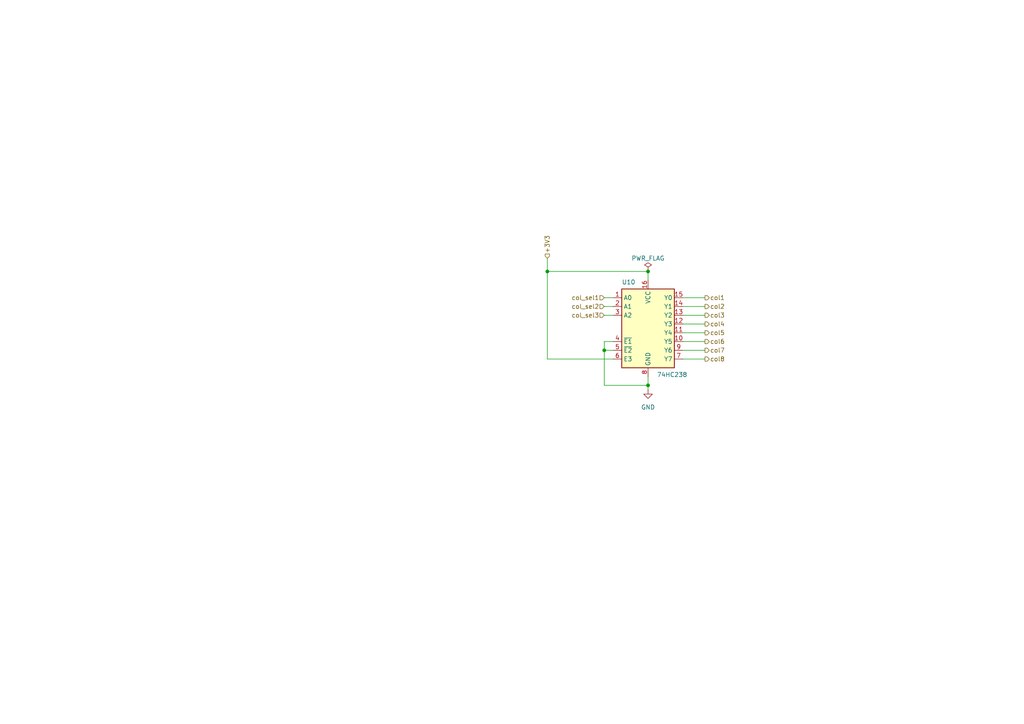
<source format=kicad_sch>
(kicad_sch (version 20230121) (generator eeschema)
  (paper "A4")
  (lib_symbols
    (symbol "74xx:74HC238"
      (property "Reference" "U" (at -7.62 13.97 0))
      (property "Value" "74HC238" (at 2.54 -11.43 0))
      (symbol "74HC238_0_1"
        (rectangle (start -7.62 12.7) (end 7.62 -10.16) (stroke (width 0.254)) (fill (type background)))
      )
      (symbol "74HC238_1_1"
        (pin input line (at -10.16 10.16 0) (length 2.54) (name "A0") (number "1"))
        (pin output line (at 10.16 -2.54 180) (length 2.54) (name "Y5") (number "10"))
        (pin output line (at 10.16 0 180) (length 2.54) (name "Y4") (number "11"))
        (pin output line (at 10.16 2.54 180) (length 2.54) (name "Y3") (number "12"))
        (pin output line (at 10.16 5.08 180) (length 2.54) (name "Y2") (number "13"))
        (pin output line (at 10.16 7.62 180) (length 2.54) (name "Y1") (number "14"))
        (pin output line (at 10.16 10.16 180) (length 2.54) (name "Y0") (number "15"))
        (pin power_in line (at 0 15.24 270) (length 2.54) (name "VCC") (number "16"))
        (pin input line (at -10.16 7.62 0) (length 2.54) (name "A1") (number "2"))
        (pin input line (at -10.16 5.08 0) (length 2.54) (name "A2") (number "3"))
        (pin input line (at -10.16 -2.54 0) (length 2.54) (name "~{E1}") (number "4"))
        (pin input line (at -10.16 -5.08 0) (length 2.54) (name "~{E2}") (number "5"))
        (pin input line (at -10.16 -7.62 0) (length 2.54) (name "E3") (number "6"))
        (pin output line (at 10.16 -7.62 180) (length 2.54) (name "Y7") (number "7"))
        (pin power_in line (at 0 -12.7 90) (length 2.54) (name "GND") (number "8"))
        (pin output line (at 10.16 -5.08 180) (length 2.54) (name "Y6") (number "9"))
      )
    )
    (symbol "power:GND" (power) (pin_names (offset 0))
      (property "Value" "GND" (at 0 -3.81 0))
      (symbol "GND_0_1"
        (polyline (pts (xy 0 0) (xy 0 -1.27) (xy 1.27 -1.27) (xy 0 -2.54) (xy -1.27 -1.27) (xy 0 -1.27)))
      )
      (symbol "GND_1_1"
        (pin power_in line (at 0 0 270) (length 0) hide (name "GND") (number "1"))
      )
    )
    (symbol "power:PWR_FLAG" (power) (pin_numbers hide) (pin_names (offset 0) hide)
      (property "Value" "PWR_FLAG" (at 0 3.81 0))
      (symbol "PWR_FLAG_0_0"
        (pin power_out line (at 0 0 90) (length 0) (name "pwr") (number "1"))
      )
      (symbol "PWR_FLAG_0_1"
        (polyline (pts (xy 0 0) (xy 0 1.27) (xy -1.016 1.905) (xy 0 2.54) (xy 1.016 1.905) (xy 0 1.27)))
      )
    )
  )
  (junction (at 187.96 111.76))
  (junction (at 187.96 78.74))
  (junction (at 158.75 78.74))
  (junction (at 175.26 101.6))
  (wire (pts (xy 187.96 111.76) (xy 187.96 113.03)))
  (wire (pts (xy 158.75 78.74) (xy 187.96 78.74)))
  (wire (pts (xy 175.26 91.44) (xy 177.8 91.44)))
  (wire (pts (xy 158.75 74.93) (xy 158.75 78.74)))
  (wire (pts (xy 198.12 93.98) (xy 204.47 93.98)))
  (wire (pts (xy 198.12 99.06) (xy 204.47 99.06)))
  (wire (pts (xy 198.12 86.36) (xy 204.47 86.36)))
  (wire (pts (xy 198.12 96.52) (xy 204.47 96.52)))
  (wire (pts (xy 198.12 101.6) (xy 204.47 101.6)))
  (wire (pts (xy 175.26 99.06) (xy 175.26 101.6)))
  (wire (pts (xy 175.26 99.06) (xy 177.8 99.06)))
  (wire (pts (xy 187.96 109.22) (xy 187.96 111.76)))
  (wire (pts (xy 158.75 78.74) (xy 158.75 104.14)))
  (wire (pts (xy 158.75 104.14) (xy 177.8 104.14)))
  (wire (pts (xy 175.26 101.6) (xy 177.8 101.6)))
  (wire (pts (xy 175.26 111.76) (xy 187.96 111.76)))
  (wire (pts (xy 187.96 78.74) (xy 187.96 81.28)))
  (wire (pts (xy 175.26 88.9) (xy 177.8 88.9)))
  (wire (pts (xy 175.26 86.36) (xy 177.8 86.36)))
  (wire (pts (xy 204.47 104.14) (xy 198.12 104.14)))
  (wire (pts (xy 198.12 91.44) (xy 204.47 91.44)))
  (wire (pts (xy 175.26 101.6) (xy 175.26 111.76)))
  (wire (pts (xy 198.12 88.9) (xy 204.47 88.9)))
  (hierarchical_label "col8" (shape output) (at 204.47 104.14 0))
  (hierarchical_label "col1" (shape output) (at 204.47 86.36 0))
  (hierarchical_label "col_sel1" (shape input) (at 175.26 86.36 180))
  (hierarchical_label "col7" (shape output) (at 204.47 101.6 0))
  (hierarchical_label "col5" (shape output) (at 204.47 96.52 0))
  (hierarchical_label "+3V3" (shape input) (at 158.75 74.93 90))
  (hierarchical_label "col4" (shape output) (at 204.47 93.98 0))
  (hierarchical_label "col_sel2" (shape input) (at 175.26 88.9 180))
  (hierarchical_label "col3" (shape output) (at 204.47 91.44 0))
  (hierarchical_label "col6" (shape output) (at 204.47 99.06 0))
  (hierarchical_label "col_sel3" (shape input) (at 175.26 91.44 180))
  (hierarchical_label "col2" (shape output) (at 204.47 88.9 0))
  (symbol (lib_id "power:GND") (at 187.96 113.03 0) (unit 1)
    (property "Reference" "#PWR06" (effects hide))
    (property "Value" "GND" (at 187.96 118.11 0))
    (instances (project "led_schematics" (path "" (reference "#PWR06") (unit 1)) (path "" (reference "#PWR020") (unit 1))))
  )
  (symbol (lib_id "74xx:74HC238") (at 187.96 96.52 0) (unit 1)
    (property "Reference" "U10" (at 180.34 82.55 0) (effects (justify left bottom)))
    (property "Value" "74HC238" (at 190.5 107.95 0) (effects (justify left top)))
    (property "Datasheet" "https://www.ti.com/lit/ds/symlink/cd74hc238.pdf" (effects hide))
    (instances (project "led_schematics" (path "" (reference "U10") (unit 1)) (path "" (reference "U?") (unit 1))))
  )
  (symbol (lib_id "power:PWR_FLAG") (at 187.96 78.74 0) (unit 1)
    (property "Reference" "#FLG03" (effects hide))
    (property "Value" "PWR_FLAG" (at 187.96 74.93 0))
  )
)
</source>
